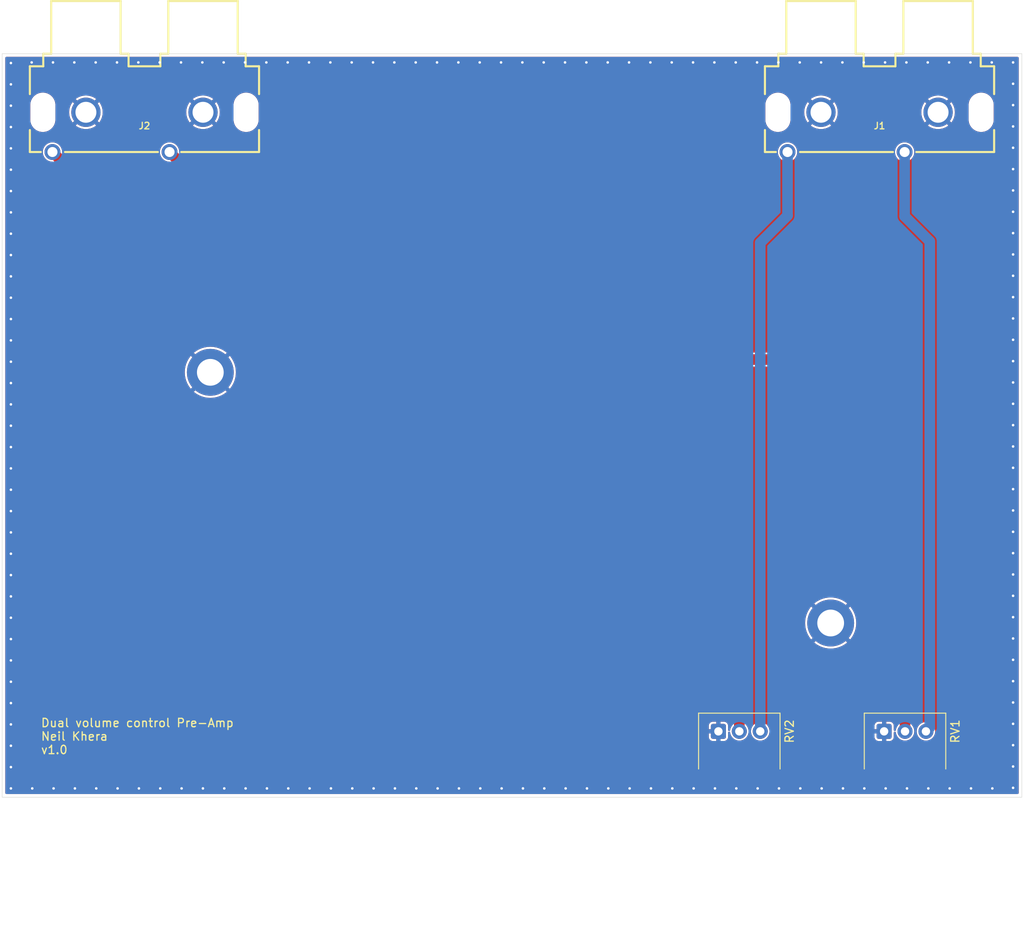
<source format=kicad_pcb>
(kicad_pcb (version 20240108) (generator "pcbnew") (generator_version "8.0")
  (layers (0 "F.Cu" signal) (31 "B.Cu" signal) (34 "B.Paste" user) (35 "F.Paste" user) (36 "B.SilkS" user "B.Silkscreen") (37 "F.SilkS" user "F.Silkscreen") (38 "B.Mask" user) (39 "F.Mask" user) (44 "Edge.Cuts" user))
  (net 0 "")
  (net 1 "/AUDIO_R_IN")
  (net 2 "/AUDIO_L_IN")
  (net 3 "GND")
  (net 4 "/AUDIO_L_OUT")
  (net 5 "/AUDIO_R_OUT")
  (footprint "Potentiometer_THT:Potentiometer_Alps_RK097_Single_Horizontal" (layer "F.Cu") (at 209.59 131.826 90)
    (property "Reference" "RV1" (at 0 8.5 -90) (layer "F.SilkS"))
    (property "Value" "RK097111080R")
    (fp_line (start 2.175 -2.37) (end -4.5 -2.37) (stroke (width 0.12)) (layer "F.SilkS"))
    (fp_line (start 2.175 7.37) (end 2.175 -2.37) (stroke (width 0.12)) (layer "F.SilkS"))
    (fp_line (start 2.175 7.37) (end -4.5 7.37) (stroke (width 0.12)) (layer "F.SilkS"))
    (pad "1" thru_hole roundrect (at 0 0 270) (size 1.8 1.8) (drill 1) (layers "*.Cu" "*.Mask") (roundrect_rratio 0.1388888889) (net 3 "GND"))
    (pad "2" thru_hole circle (at 0 2.5 270) (size 1.8 1.8) (drill 1) (layers "*.Cu" "*.Mask") (net 5 "/AUDIO_R_OUT"))
    (pad "3" thru_hole circle (at 0 5 270) (size 1.8 1.8) (drill 1) (layers "*.Cu" "*.Mask") (net 1 "/AUDIO_R_IN"))
  )
  (footprint "MountingHole:MountingHole_3.2mm_M3_DIN965_Pad" (layer "F.Cu") (at 203.2 118.872)
    (property "Reference" "H2" (hide yes))
    (property "Value" "MountingHole_Pad")
    (pad "1" thru_hole circle (at 0 0) (size 5.6 5.6) (drill 3.2) (layers "*.Cu" "*.Mask") (net 3 "GND"))
  )
  (footprint "Pre-Amp:RCJ-2121" (layer "F.Cu") (at 209.042 59.436 -90)
    (property "Reference" "J1" (at 0 0 180) (layer "F.SilkS") (effects (font (size 0.787402 0.787402))))
    (property "Value" "RCJ-2123")
    (fp_line (start -7.126 13.701) (end -7.126 12.1) (stroke (width 0.25)) (layer "F.SilkS"))
    (fp_line (start -3.8 13.701) (end -7.126 13.701) (stroke (width 0.25)) (layer "F.SilkS"))
    (fp_line (start 0.499 13.701) (end 3.125 13.701) (stroke (width 0.25)) (layer "F.SilkS"))
    (fp_line (start 3.125 13.701) (end 3.125 12.4) (stroke (width 0.25)) (layer "F.SilkS"))
    (fp_line (start -8.625 12.1) (end -7.126 12.1) (stroke (width 0.25)) (layer "F.SilkS"))
    (fp_line (start -14.925 11.151) (end -8.625 11.151) (stroke (width 0.25)) (layer "F.SilkS"))
    (fp_line (start -14.925 11.151) (end -14.925 2.849) (stroke (width 0.25)) (layer "F.SilkS"))
    (fp_line (start -8.625 11.151) (end -8.625 12.1) (stroke (width 0.25)) (layer "F.SilkS"))
    (fp_line (start 3.125 9.501) (end 3.125 -1.6) (stroke (width 0.25)) (layer "F.SilkS"))
    (fp_line (start -14.925 2.849) (end -8.625 2.849) (stroke (width 0.25)) (layer "F.SilkS"))
    (fp_line (start -8.625 2.849) (end -8.625 1.9) (stroke (width 0.25)) (layer "F.SilkS"))
    (fp_line (start -8.625 1.9) (end -7.126 1.9) (stroke (width 0.25)) (layer "F.SilkS"))
    (fp_line (start -7.126 1.9) (end -7.126 -1.9) (stroke (width 0.25)) (layer "F.SilkS"))
    (fp_line (start -8.625 -1.9) (end -7.126 -1.9) (stroke (width 0.25)) (layer "F.SilkS"))
    (fp_line (start -14.925 -2.849) (end -8.625 -2.849) (stroke (width 0.25)) (layer "F.SilkS"))
    (fp_line (start -14.925 -2.849) (end -14.925 -11.151) (stroke (width 0.25)) (layer "F.SilkS"))
    (fp_line (start -8.625 -2.849) (end -8.625 -1.9) (stroke (width 0.25)) (layer "F.SilkS"))
    (fp_line (start 3.125 -4.4) (end 3.125 -13.701) (stroke (width 0.25)) (layer "F.SilkS"))
    (fp_line (start -14.925 -11.151) (end -8.625 -11.151) (stroke (width 0.25)) (layer "F.SilkS"))
    (fp_line (start -8.625 -11.151) (end -8.625 -12.1) (stroke (width 0.25)) (layer "F.SilkS"))
    (fp_line (start -8.625 -12.1) (end -7.126 -12.1) (stroke (width 0.25)) (layer "F.SilkS"))
    (fp_line (start -7.126 -12.1) (end -7.126 -13.701) (stroke (width 0.25)) (layer "F.SilkS"))
    (fp_line (start -3.8 -13.701) (end -7.126 -13.701) (stroke (width 0.25)) (layer "F.SilkS"))
    (fp_line (start 0.499 -13.701) (end 3.125 -13.701) (stroke (width 0.25)) (layer "F.SilkS"))
    (pad "" np_thru_hole oval (at -1.625 -12.15 270) (size 4.2 2.5) (drill oval 4.2 2.5) (layers "F&B.Cu"))
    (pad "" np_thru_hole oval (at -1.625 12.15 270) (size 4.2 2.5) (drill oval 4.2 2.5) (layers "F&B.Cu"))
    (pad "1" thru_hole circle (at -1.625 -7 270) (size 3.5 3.5) (drill 2.5) (layers "*.Cu" "*.Mask") (net 3 "GND"))
    (pad "2" thru_hole circle (at 3.125 -3 270) (size 1.9 1.9) (drill 1.2) (layers "*.Cu" "*.Mask") (net 1 "/AUDIO_R_IN"))
    (pad "3" thru_hole circle (at -1.625 7 270) (size 3.5 3.5) (drill 2.5) (layers "*.Cu" "*.Mask") (net 3 "GND"))
    (pad "4" thru_hole circle (at 3.125 11 270) (size 1.9 1.9) (drill 1.2) (layers "*.Cu" "*.Mask") (net 2 "/AUDIO_L_IN"))
  )
  (footprint "MountingHole:MountingHole_3.2mm_M3_DIN965_Pad" (layer "F.Cu") (at 129.032 88.9)
    (property "Reference" "H1" (hide yes))
    (property "Value" "MountingHole_Pad")
    (pad "1" thru_hole circle (at 0 0) (size 5.6 5.6) (drill 3.2) (layers "*.Cu" "*.Mask") (net 3 "GND"))
  )
  (footprint "Pre-Amp:RCJ-2121" (layer "F.Cu") (at 121.158 59.436 -90)
    (property "Reference" "J2" (at 0 0 180) (layer "F.SilkS") (effects (font (size 0.787402 0.787402))))
    (property "Value" "RCJ-2123")
    (fp_line (start -7.126 13.701) (end -7.126 12.1) (stroke (width 0.25)) (layer "F.SilkS"))
    (fp_line (start -3.8 13.701) (end -7.126 13.701) (stroke (width 0.25)) (layer "F.SilkS"))
    (fp_line (start 0.499 13.701) (end 3.125 13.701) (stroke (width 0.25)) (layer "F.SilkS"))
    (fp_line (start 3.125 13.701) (end 3.125 12.4) (stroke (width 0.25)) (layer "F.SilkS"))
    (fp_line (start -8.625 12.1) (end -7.126 12.1) (stroke (width 0.25)) (layer "F.SilkS"))
    (fp_line (start -14.925 11.151) (end -8.625 11.151) (stroke (width 0.25)) (layer "F.SilkS"))
    (fp_line (start -14.925 11.151) (end -14.925 2.849) (stroke (width 0.25)) (layer "F.SilkS"))
    (fp_line (start -8.625 11.151) (end -8.625 12.1) (stroke (width 0.25)) (layer "F.SilkS"))
    (fp_line (start 3.125 9.501) (end 3.125 -1.6) (stroke (width 0.25)) (layer "F.SilkS"))
    (fp_line (start -14.925 2.849) (end -8.625 2.849) (stroke (width 0.25)) (layer "F.SilkS"))
    (fp_line (start -8.625 2.849) (end -8.625 1.9) (stroke (width 0.25)) (layer "F.SilkS"))
    (fp_line (start -8.625 1.9) (end -7.126 1.9) (stroke (width 0.25)) (layer "F.SilkS"))
    (fp_line (start -7.126 1.9) (end -7.126 -1.9) (stroke (width 0.25)) (layer "F.SilkS"))
    (fp_line (start -8.625 -1.9) (end -7.126 -1.9) (stroke (width 0.25)) (layer "F.SilkS"))
    (fp_line (start -14.925 -2.849) (end -8.625 -2.849) (stroke (width 0.25)) (layer "F.SilkS"))
    (fp_line (start -14.925 -2.849) (end -14.925 -11.151) (stroke (width 0.25)) (layer "F.SilkS"))
    (fp_line (start -8.625 -2.849) (end -8.625 -1.9) (stroke (width 0.25)) (layer "F.SilkS"))
    (fp_line (start 3.125 -4.4) (end 3.125 -13.701) (stroke (width 0.25)) (layer "F.SilkS"))
    (fp_line (start -14.925 -11.151) (end -8.625 -11.151) (stroke (width 0.25)) (layer "F.SilkS"))
    (fp_line (start -8.625 -11.151) (end -8.625 -12.1) (stroke (width 0.25)) (layer "F.SilkS"))
    (fp_line (start -8.625 -12.1) (end -7.126 -12.1) (stroke (width 0.25)) (layer "F.SilkS"))
    (fp_line (start -7.126 -12.1) (end -7.126 -13.701) (stroke (width 0.25)) (layer "F.SilkS"))
    (fp_line (start -3.8 -13.701) (end -7.126 -13.701) (stroke (width 0.25)) (layer "F.SilkS"))
    (fp_line (start 0.499 -13.701) (end 3.125 -13.701) (stroke (width 0.25)) (layer "F.SilkS"))
    (pad "" np_thru_hole oval (at -1.625 -12.15 270) (size 4.2 2.5) (drill oval 4.2 2.5) (layers "F&B.Cu"))
    (pad "" np_thru_hole oval (at -1.625 12.15 270) (size 4.2 2.5) (drill oval 4.2 2.5) (layers "F&B.Cu"))
    (pad "1" thru_hole circle (at -1.625 -7 270) (size 3.5 3.5) (drill 2.5) (layers "*.Cu" "*.Mask") (net 3 "GND"))
    (pad "2" thru_hole circle (at 3.125 -3 270) (size 1.9 1.9) (drill 1.2) (layers "*.Cu" "*.Mask") (net 5 "/AUDIO_R_OUT"))
    (pad "3" thru_hole circle (at -1.625 7 270) (size 3.5 3.5) (drill 2.5) (layers "*.Cu" "*.Mask") (net 3 "GND"))
    (pad "4" thru_hole circle (at 3.125 11 270) (size 1.9 1.9) (drill 1.2) (layers "*.Cu" "*.Mask") (net 4 "/AUDIO_L_OUT"))
  )
  (footprint "Potentiometer_THT:Potentiometer_Alps_RK097_Single_Horizontal" (layer "F.Cu") (at 189.778 131.826 90)
    (property "Reference" "RV2" (at 0 8.5 -90) (layer "F.SilkS"))
    (property "Value" "RK097111080R")
    (fp_line (start 2.175 -2.37) (end -4.5 -2.37) (stroke (width 0.12)) (layer "F.SilkS"))
    (fp_line (start 2.175 7.37) (end 2.175 -2.37) (stroke (width 0.12)) (layer "F.SilkS"))
    (fp_line (start 2.175 7.37) (end -4.5 7.37) (stroke (width 0.12)) (layer "F.SilkS"))
    (pad "1" thru_hole roundrect (at 0 0 270) (size 1.8 1.8) (drill 1) (layers "*.Cu" "*.Mask") (roundrect_rratio 0.1388888889) (net 3 "GND"))
    (pad "2" thru_hole circle (at 0 2.5 270) (size 1.8 1.8) (drill 1) (layers "*.Cu" "*.Mask") (net 4 "/AUDIO_L_OUT"))
    (pad "3" thru_hole circle (at 0 5 270) (size 1.8 1.8) (drill 1) (layers "*.Cu" "*.Mask") (net 2 "/AUDIO_L_IN"))
  )
  (gr_rect (start 104.14 50.8) (end 226.06 139.7) (stroke (width 0.05)) (fill none) (layer "Edge.Cuts"))
  (gr_text "Dual volume control Pre-Amp\nNeil Khera\nv1.0" (at 108.712 134.62 0) (layer "F.SilkS") (effects (font (size 1 1)) (justify left bottom)))
  (segment (start 215.05 73.25) (end 215.05 131.366) (width 1.27) (layer "B.Cu") (net 1))
  (segment (start 215.05 131.366) (end 214.59 131.826) (width 1.27) (layer "B.Cu") (net 1))
  (segment (start 212.042 70.242) (end 215.05 73.25) (width 1.27) (layer "B.Cu") (net 1))
  (segment (start 212.042 62.561) (end 212.042 70.242) (width 1.27) (layer "B.Cu") (net 1))
  (segment (start 198.042 70.158) (end 194.778 73.422) (width 1.27) (layer "B.Cu") (net 2))
  (segment (start 194.778 73.422) (end 194.778 131.826) (width 1.27) (layer "B.Cu") (net 2))
  (segment (start 198.042 62.561) (end 198.042 70.158) (width 1.27) (layer "B.Cu") (net 2))
  (via (at 219.90744 51.8508) (size 0.6096) (drill 0.3048) (layers "F.Cu" "B.Cu") (net 3))
  (via (at 105.1908 105.488544) (size 0.6096) (drill 0.3048) (layers "F.Cu" "B.Cu") (net 3))
  (via (at 166.410632 138.6492) (size 0.6096) (drill 0.3048) (layers "F.Cu" "B.Cu") (net 3))
  (via (at 225.0092 59.503272) (size 0.6096) (drill 0.3048) (layers "F.Cu" "B.Cu") (net 3))
  (via (at 105.1908 77.42948) (size 0.6096) (drill 0.3048) (layers "F.Cu" "B.Cu") (net 3))
  (via (at 153.656512 138.6492) (size 0.6096) (drill 0.3048) (layers "F.Cu" "B.Cu") (net 3))
  (via (at 146.00404 138.6492) (size 0.6096) (drill 0.3048) (layers "F.Cu" "B.Cu") (net 3))
  (via (at 179.164752 138.6492) (size 0.6096) (drill 0.3048) (layers "F.Cu" "B.Cu") (net 3))
  (via (at 225.0092 133.477168) (size 0.6096) (drill 0.3048) (layers "F.Cu" "B.Cu") (net 3))
  (via (at 105.1908 120.793488) (size 0.6096) (drill 0.3048) (layers "F.Cu" "B.Cu") (net 3))
  (via (at 163.859808 138.6492) (size 0.6096) (drill 0.3048) (layers "F.Cu" "B.Cu") (net 3))
  (via (at 105.1908 87.632776) (size 0.6096) (drill 0.3048) (layers "F.Cu" "B.Cu") (net 3))
  (via (at 214.805792 51.8508) (size 0.6096) (drill 0.3048) (layers "F.Cu" "B.Cu") (net 3))
  (via (at 225.0092 128.37552) (size 0.6096) (drill 0.3048) (layers "F.Cu" "B.Cu") (net 3))
  (via (at 184.195904 51.8508) (size 0.6096) (drill 0.3048) (layers "F.Cu" "B.Cu") (net 3))
  (via (at 138.351568 138.6492) (size 0.6096) (drill 0.3048) (layers "F.Cu" "B.Cu") (net 3))
  (via (at 222.458264 51.8508) (size 0.6096) (drill 0.3048) (layers "F.Cu" "B.Cu") (net 3))
  (via (at 214.876288 138.6492) (size 0.6096) (drill 0.3048) (layers "F.Cu" "B.Cu") (net 3))
  (via (at 163.789312 51.8508) (size 0.6096) (drill 0.3048) (layers "F.Cu" "B.Cu") (net 3))
  (via (at 128.077776 51.8508) (size 0.6096) (drill 0.3048) (layers "F.Cu" "B.Cu") (net 3))
  (via (at 153.586016 51.8508) (size 0.6096) (drill 0.3048) (layers "F.Cu" "B.Cu") (net 3))
  (via (at 207.15332 51.8508) (size 0.6096) (drill 0.3048) (layers "F.Cu" "B.Cu") (net 3))
  (via (at 105.1908 110.590192) (size 0.6096) (drill 0.3048) (layers "F.Cu" "B.Cu") (net 3))
  (via (at 105.1908 64.67536) (size 0.6096) (drill 0.3048) (layers "F.Cu" "B.Cu") (net 3))
  (via (at 140.902392 138.6492) (size 0.6096) (drill 0.3048) (layers "F.Cu" "B.Cu") (net 3))
  (via (at 130.699096 138.6492) (size 0.6096) (drill 0.3048) (layers "F.Cu" "B.Cu") (net 3))
  (via (at 145.933544 51.8508) (size 0.6096) (drill 0.3048) (layers "F.Cu" "B.Cu") (net 3))
  (via (at 225.0092 120.723048) (size 0.6096) (drill 0.3048) (layers "F.Cu" "B.Cu") (net 3))
  (via (at 107.671184 51.8508) (size 0.6096) (drill 0.3048) (layers "F.Cu" "B.Cu") (net 3))
  (via (at 105.1908 92.734424) (size 0.6096) (drill 0.3048) (layers "F.Cu" "B.Cu") (net 3))
  (via (at 105.1908 95.285248) (size 0.6096) (drill 0.3048) (layers "F.Cu" "B.Cu") (net 3))
  (via (at 105.1908 51.92124) (size 0.6096) (drill 0.3048) (layers "F.Cu" "B.Cu") (net 3))
  (via (at 143.38272 51.8508) (size 0.6096) (drill 0.3048) (layers "F.Cu" "B.Cu") (net 3))
  (via (at 225.0092 74.808216) (size 0.6096) (drill 0.3048) (layers "F.Cu" "B.Cu") (net 3))
  (via (at 105.1908 128.44596) (size 0.6096) (drill 0.3048) (layers "F.Cu" "B.Cu") (net 3))
  (via (at 105.1908 108.039368) (size 0.6096) (drill 0.3048) (layers "F.Cu" "B.Cu") (net 3))
  (via (at 225.0092 118.172224) (size 0.6096) (drill 0.3048) (layers "F.Cu" "B.Cu") (net 3))
  (via (at 156.13684 51.8508) (size 0.6096) (drill 0.3048) (layers "F.Cu" "B.Cu") (net 3))
  (via (at 105.1908 90.1836) (size 0.6096) (drill 0.3048) (layers "F.Cu" "B.Cu") (net 3))
  (via (at 168.89096 51.8508) (size 0.6096) (drill 0.3048) (layers "F.Cu" "B.Cu") (net 3))
  (via (at 181.715576 138.6492) (size 0.6096) (drill 0.3048) (layers "F.Cu" "B.Cu") (net 3))
  (via (at 219.977936 138.6492) (size 0.6096) (drill 0.3048) (layers "F.Cu" "B.Cu") (net 3))
  (via (at 225.0092 125.824696) (size 0.6096) (drill 0.3048) (layers "F.Cu" "B.Cu") (net 3))
  (via (at 158.75816 138.6492) (size 0.6096) (drill 0.3048) (layers "F.Cu" "B.Cu") (net 3))
  (via (at 225.0092 123.273872) (size 0.6096) (drill 0.3048) (layers "F.Cu" "B.Cu") (net 3))
  (via (at 158.687664 51.8508) (size 0.6096) (drill 0.3048) (layers "F.Cu" "B.Cu") (net 3))
  (via (at 105.1908 59.573712) (size 0.6096) (drill 0.3048) (layers "F.Cu" "B.Cu") (net 3))
  (via (at 174.063104 138.6492) (size 0.6096) (drill 0.3048) (layers "F.Cu" "B.Cu") (net 3))
  (via (at 120.425304 51.8508) (size 0.6096) (drill 0.3048) (layers "F.Cu" "B.Cu") (net 3))
  (via (at 225.0092 62.054096) (size 0.6096) (drill 0.3048) (layers "F.Cu" "B.Cu") (net 3))
  (via (at 112.843328 138.6492) (size 0.6096) (drill 0.3048) (layers "F.Cu" "B.Cu") (net 3))
  (via (at 225.0092 90.11316) (size 0.6096) (drill 0.3048) (layers "F.Cu" "B.Cu") (net 3))
  (via (at 135.730248 51.8508) (size 0.6096) (drill 0.3048) (layers "F.Cu" "B.Cu") (net 3))
  (via (at 122.976128 51.8508) (size 0.6096) (drill 0.3048) (layers "F.Cu" "B.Cu") (net 3))
  (via (at 225.0092 56.952448) (size 0.6096) (drill 0.3048) (layers "F.Cu" "B.Cu") (net 3))
  (via (at 225.0092 95.214808) (size 0.6096) (drill 0.3048) (layers "F.Cu" "B.Cu") (net 3))
  (via (at 225.0092 102.86728) (size 0.6096) (drill 0.3048) (layers "F.Cu" "B.Cu") (net 3))
  (via (at 194.469696 138.6492) (size 0.6096) (drill 0.3048) (layers "F.Cu" "B.Cu") (net 3))
  (via (at 105.1908 118.242664) (size 0.6096) (drill 0.3048) (layers "F.Cu" "B.Cu") (net 3))
  (via (at 105.1908 102.93772) (size 0.6096) (drill 0.3048) (layers "F.Cu" "B.Cu") (net 3))
  (via (at 105.1908 54.472064) (size 0.6096) (drill 0.3048) (layers "F.Cu" "B.Cu") (net 3))
  (via (at 105.1908 125.895136) (size 0.6096) (drill 0.3048) (layers "F.Cu" "B.Cu") (net 3))
  (via (at 120.4958 138.6492) (size 0.6096) (drill 0.3048) (layers "F.Cu" "B.Cu") (net 3))
  (via (at 225.0092 92.663984) (size 0.6096) (drill 0.3048) (layers "F.Cu" "B.Cu") (net 3))
  (via (at 151.035192 51.8508) (size 0.6096) (drill 0.3048) (layers "F.Cu" "B.Cu") (net 3))
  (via (at 225.0092 130.926344) (size 0.6096) (drill 0.3048) (layers "F.Cu" "B.Cu") (net 3))
  (via (at 105.1908 67.226184) (size 0.6096) (drill 0.3048) (layers "F.Cu" "B.Cu") (net 3))
  (via (at 117.944976 138.6492) (size 0.6096) (drill 0.3048) (layers "F.Cu" "B.Cu") (net 3))
  (via (at 225.0092 64.60492) (size 0.6096) (drill 0.3048) (layers "F.Cu" "B.Cu") (net 3))
  (via (at 225.0092 138.578816) (size 0.6096) (drill 0.3048) (layers "F.Cu" "B.Cu") (net 3))
  (via (at 225.0092 67.155744) (size 0.6096) (drill 0.3048) (layers "F.Cu" "B.Cu") (net 3))
  (via (at 225.0092 110.519752) (size 0.6096) (drill 0.3048) (layers "F.Cu" "B.Cu") (net 3))
  (via (at 197.02052 138.6492) (size 0.6096) (drill 0.3048) (layers "F.Cu" "B.Cu") (net 3))
  (via (at 209.704144 51.8508) (size 0.6096) (drill 0.3048) (layers "F.Cu" "B.Cu") (net 3))
  (via (at 105.1908 74.878656) (size 0.6096) (drill 0.3048) (layers "F.Cu" "B.Cu") (net 3))
  (via (at 168.961456 138.6492) (size 0.6096) (drill 0.3048) (layers "F.Cu" "B.Cu") (net 3))
  (via (at 105.1908 100.386896) (size 0.6096) (drill 0.3048) (layers "F.Cu" "B.Cu") (net 3))
  (via (at 217.427112 138.6492) (size 0.6096) (drill 0.3048) (layers "F.Cu" "B.Cu") (net 3))
  (via (at 115.323656 51.8508) (size 0.6096) (drill 0.3048) (layers "F.Cu" "B.Cu") (net 3))
  (via (at 207.223816 138.6492) (size 0.6096) (drill 0.3048) (layers "F.Cu" "B.Cu") (net 3))
  (via (at 125.597448 138.6492) (size 0.6096) (drill 0.3048) (layers "F.Cu" "B.Cu") (net 3))
  (via (at 105.1908 136.098432) (size 0.6096) (drill 0.3048) (layers "F.Cu" "B.Cu") (net 3))
  (via (at 133.24992 138.6492) (size 0.6096) (drill 0.3048) (layers "F.Cu" "B.Cu") (net 3))
  (via (at 225.0092 100.316456) (size 0.6096) (drill 0.3048) (layers "F.Cu" "B.Cu") (net 3))
  (via (at 199.500848 51.8508) (size 0.6096) (drill 0.3048) (layers "F.Cu" "B.Cu") (net 3))
  (via (at 117.87448 51.8508) (size 0.6096) (drill 0.3048) (layers "F.Cu" "B.Cu") (net 3))
  (via (at 107.74168 138.6492) (size 0.6096) (drill 0.3048) (layers "F.Cu" "B.Cu") (net 3))
  (via (at 173.992608 51.8508) (size 0.6096) (drill 0.3048) (layers "F.Cu" "B.Cu") (net 3))
  (via (at 161.238488 51.8508) (size 0.6096) (drill 0.3048) (layers "F.Cu" "B.Cu") (net 3))
  (via (at 105.1908 72.327832) (size 0.6096) (drill 0.3048) (layers "F.Cu" "B.Cu") (net 3))
  (via (at 202.051672 51.8508) (size 0.6096) (drill 0.3048) (layers "F.Cu" "B.Cu") (net 3))
  (via (at 181.64508 51.8508) (size 0.6096) (drill 0.3048) (layers "F.Cu" "B.Cu") (net 3))
  (via (at 225.0092 77.35904) (size 0.6096) (drill 0.3048) (layers "F.Cu" "B.Cu") (net 3))
  (via (at 204.602496 51.8508) (size 0.6096) (drill 0.3048) (layers "F.Cu" "B.Cu") (net 3))
  (via (at 196.950024 51.8508) (size 0.6096) (drill 0.3048) (layers "F.Cu" "B.Cu") (net 3))
  (via (at 105.1908 97.836072) (size 0.6096) (drill 0.3048) (layers "F.Cu" "B.Cu") (net 3))
  (via (at 212.325464 138.6492) (size 0.6096) (drill 0.3048) (layers "F.Cu" "B.Cu") (net 3))
  (via (at 199.571344 138.6492) (size 0.6096) (drill 0.3048) (layers "F.Cu" "B.Cu") (net 3))
  (via (at 176.613928 138.6492) (size 0.6096) (drill 0.3048) (layers "F.Cu" "B.Cu") (net 3))
  (via (at 217.356616 51.8508) (size 0.6096) (drill 0.3048) (layers "F.Cu" "B.Cu") (net 3))
  (via (at 184.2664 138.6492) (size 0.6096) (drill 0.3048) (layers "F.Cu" "B.Cu") (net 3))
  (via (at 225.0092 54.401624) (size 0.6096) (drill 0.3048) (layers "F.Cu" "B.Cu") (net 3))
  (via (at 225.0092 107.968928) (size 0.6096) (drill 0.3048) (layers "F.Cu" "B.Cu") (net 3))
  (via (at 130.6286 51.8508) (size 0.6096) (drill 0.3048) (layers "F.Cu" "B.Cu") (net 3))
  (via (at 186.817224 138.6492) (size 0.6096) (drill 0.3048) (layers "F.Cu" "B.Cu") (net 3))
  (via (at 171.441784 51.8508) (size 0.6096) (drill 0.3048) (layers "F.Cu" "B.Cu") (net 3))
  (via (at 225.0092 136.027992) (size 0.6096) (drill 0.3048) (layers "F.Cu" "B.Cu") (net 3))
  (via (at 105.1908 57.022888) (size 0.6096) (drill 0.3048) (layers "F.Cu" "B.Cu") (net 3))
  (via (at 151.105688 138.6492) (size 0.6096) (drill 0.3048) (layers "F.Cu" "B.Cu") (net 3))
  (via (at 105.1908 79.980304) (size 0.6096) (drill 0.3048) (layers "F.Cu" "B.Cu") (net 3))
  (via (at 204.672992 138.6492) (size 0.6096) (drill 0.3048) (layers "F.Cu" "B.Cu") (net 3))
  (via (at 123.046624 138.6492) (size 0.6096) (drill 0.3048) (layers "F.Cu" "B.Cu") (net 3))
  (via (at 225.0092 85.011512) (size 0.6096) (drill 0.3048) (layers "F.Cu" "B.Cu") (net 3))
  (via (at 202.122168 138.6492) (size 0.6096) (drill 0.3048) (layers "F.Cu" "B.Cu") (net 3))
  (via (at 105.1908 113.141016) (size 0.6096) (drill 0.3048) (layers "F.Cu" "B.Cu") (net 3))
  (via (at 105.1908 69.777008) (size 0.6096) (drill 0.3048) (layers "F.Cu" "B.Cu") (net 3))
  (via (at 225.0092 82.460688) (size 0.6096) (drill 0.3048) (layers "F.Cu" "B.Cu") (net 3))
  (via (at 171.51228 138.6492) (size 0.6096) (drill 0.3048) (layers "F.Cu" "B.Cu") (net 3))
  (via (at 209.77464 138.6492) (size 0.6096) (drill 0.3048) (layers "F.Cu" "B.Cu") (net 3))
  (via (at 128.148272 138.6492) (size 0.6096) (drill 0.3048) (layers "F.Cu" "B.Cu") (net 3))
  (via (at 191.918872 138.6492) (size 0.6096) (drill 0.3048) (layers "F.Cu" "B.Cu") (net 3))
  (via (at 186.746728 51.8508) (size 0.6096) (drill 0.3048) (layers "F.Cu" "B.Cu") (net 3))
  (via (at 225.0092 97.765632) (size 0.6096) (drill 0.3048) (layers "F.Cu" "B.Cu") (net 3))
  (via (at 105.1908 115.69184) (size 0.6096) (drill 0.3048) (layers "F.Cu" "B.Cu") (net 3))
  (via (at 156.207336 138.6492) (size 0.6096) (drill 0.3048) (layers "F.Cu" "B.Cu") (net 3))
  (via (at 225.0092 79.909864) (size 0.6096) (drill 0.3048) (layers "F.Cu" "B.Cu") (net 3))
  (via (at 115.394152 138.6492) (size 0.6096) (drill 0.3048) (layers "F.Cu" "B.Cu") (net 3))
  (via (at 212.254968 51.8508) (size 0.6096) (drill 0.3048) (layers "F.Cu" "B.Cu") (net 3))
  (via (at 105.1908 123.344312) (size 0.6096) (drill 0.3048) (layers "F.Cu" "B.Cu") (net 3))
  (via (at 225.0092 115.6214) (size 0.6096) (drill 0.3048) (layers "F.Cu" "B.Cu") (net 3))
  (via (at 189.297552 51.8508) (size 0.6096) (drill 0.3048) (layers "F.Cu" "B.Cu") (net 3))
  (via (at 110.222008 51.8508) (size 0.6096) (drill 0.3048) (layers "F.Cu" "B.Cu") (net 3))
  (via (at 225.0092 69.706568) (size 0.6096) (drill 0.3048) (layers "F.Cu" "B.Cu") (net 3))
  (via (at 105.1908 82.531128) (size 0.6096) (drill 0.3048) (layers "F.Cu" "B.Cu") (net 3))
  (via (at 133.179424 51.8508) (size 0.6096) (drill 0.3048) (layers "F.Cu" "B.Cu") (net 3))
  (via (at 105.1908 62.124536) (size 0.6096) (drill 0.3048) (layers "F.Cu" "B.Cu") (net 3))
  (via (at 105.1908 130.996784) (size 0.6096) (drill 0.3048) (layers "F.Cu" "B.Cu") (net 3))
  (via (at 179.094256 51.8508) (size 0.6096) (drill 0.3048) (layers "F.Cu" "B.Cu") (net 3))
  (via (at 225.0092 113.070576) (size 0.6096) (drill 0.3048) (layers "F.Cu" "B.Cu") (net 3))
  (via (at 189.368048 138.6492) (size 0.6096) (drill 0.3048) (layers "F.Cu" "B.Cu") (net 3))
  (via (at 225.0092 51.8508) (size 0.6096) (drill 0.3048) (layers "F.Cu" "B.Cu") (net 3))
  (via (at 166.340136 51.8508) (size 0.6096) (drill 0.3048) (layers "F.Cu" "B.Cu") (net 3))
  (via (at 148.484368 51.8508) (size 0.6096) (drill 0.3048) (layers "F.Cu" "B.Cu") (net 3))
  (via (at 112.772832 51.8508) (size 0.6096) (drill 0.3048) (layers "F.Cu" "B.Cu") (net 3))
  (via (at 225.0092 72.257392) (size 0.6096) (drill 0.3048) (layers "F.Cu" "B.Cu") (net 3))
  (via (at 135.800744 138.6492) (size 0.6096) (drill 0.3048) (layers "F.Cu" "B.Cu") (net 3))
  (via (at 125.526952 51.8508) (size 0.6096) (drill 0.3048) (layers "F.Cu" "B.Cu") (net 3))
  (via (at 105.190856 138.6492) (size 0.6096) (drill 0.3048) (layers "F.Cu" "B.Cu") (net 3))
  (via (at 148.554864 138.6492) (size 0.6096) (drill 0.3048) (layers "F.Cu" "B.Cu") (net 3))
  (via (at 191.848376 51.8508) (size 0.6096) (drill 0.3048) (layers "F.Cu" "B.Cu") (net 3))
  (via (at 222.52876 138.6492) (size 0.6096) (drill 0.3048) (layers "F.Cu" "B.Cu") (net 3))
  (via (at 194.3992 51.8508) (size 0.6096) (drill 0.3048) (layers "F.Cu" "B.Cu") (net 3))
  (via (at 110.292504 138.6492) (size 0.6096) (drill 0.3048) (layers "F.Cu" "B.Cu") (net 3))
  (via (at 161.308984 138.6492) (size 0.6096) (drill 0.3048) (layers "F.Cu" "B.Cu") (net 3))
  (via (at 225.0092 105.418104) (size 0.6096) (drill 0.3048) (layers "F.Cu" "B.Cu") (net 3))
  (via (at 140.831896 51.8508) (size 0.6096) (drill 0.3048) (layers "F.Cu" "B.Cu") (net 3))
  (via (at 176.543432 51.8508) (size 0.6096) (drill 0.3048) (layers "F.Cu" "B.Cu") (net 3))
  (via (at 105.1908 85.081952) (size 0.6096) (drill 0.3048) (layers "F.Cu" "B.Cu") (net 3))
  (via (at 225.0092 87.562336) (size 0.6096) (drill 0.3048) (layers "F.Cu" "B.Cu") (net 3))
  (via (at 138.281072 51.8508) (size 0.6096) (drill 0.3048) (layers "F.Cu" "B.Cu") (net 3))
  (via (at 143.453216 138.6492) (size 0.6096) (drill 0.3048) (layers "F.Cu" "B.Cu") (net 3))
  (via (at 105.1908 133.547608) (size 0.6096) (drill 0.3048) (layers "F.Cu" "B.Cu") (net 3))
  (segment (start 114.158 90.028) (end 114.158 66.561) (width 1.27) (layer "F.Cu") (net 4))
  (segment (start 183.134 100.838) (end 124.968 100.838) (width 1.27) (layer "F.Cu") (net 4))
  (segment (start 192.278 109.982) (end 183.134 100.838) (width 1.27) (layer "F.Cu") (net 4))
  (segment (start 114.158 66.561) (end 110.158 62.561) (width 1.27) (layer "F.Cu") (net 4))
  (segment (start 124.968 100.838) (end 114.158 90.028) (width 1.27) (layer "F.Cu") (net 4))
  (segment (start 192.278 131.826) (end 192.278 109.982) (width 1.27) (layer "F.Cu") (net 4))
  (segment (start 142.026 87.376) (end 128.158 73.508) (width 1.27) (layer "F.Cu") (net 5))
  (segment (start 128.158 73.508) (end 128.158 66.561) (width 1.27) (layer "F.Cu") (net 5))
  (segment (start 212.09 131.826) (end 212.09 103.378) (width 1.27) (layer "F.Cu") (net 5))
  (segment (start 128.158 66.561) (end 124.158 62.561) (width 1.27) (layer "F.Cu") (net 5))
  (segment (start 196.088 87.376) (end 142.026 87.376) (width 1.27) (layer "F.Cu") (net 5))
  (segment (start 212.09 103.378) (end 196.088 87.376) (width 1.27) (layer "F.Cu") (net 5))
  (zone (net 3) (net_name "GND") (layers "F&B.Cu") (connect_pads (clearance 0.2032)) (min_thickness 0.254) (fill yes (thermal_gap 0.254) (thermal_bridge_width 0.508) (island_removal_mode 1) (island_area_min 9.999998))
    (polygon (pts (xy 103.886 50.546) (xy 226.314 50.546) (xy 226.314 139.954) (xy 103.886 139.954)))
  )
)
</source>
